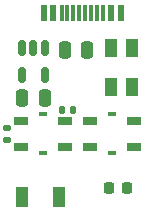
<source format=gbr>
%TF.GenerationSoftware,KiCad,Pcbnew,7.0.9*%
%TF.CreationDate,2024-03-18T09:44:21-07:00*%
%TF.ProjectId,ESP32S3_Board,45535033-3253-4335-9f42-6f6172642e6b,rev?*%
%TF.SameCoordinates,Original*%
%TF.FileFunction,Paste,Top*%
%TF.FilePolarity,Positive*%
%FSLAX46Y46*%
G04 Gerber Fmt 4.6, Leading zero omitted, Abs format (unit mm)*
G04 Created by KiCad (PCBNEW 7.0.9) date 2024-03-18 09:44:21*
%MOMM*%
%LPD*%
G01*
G04 APERTURE LIST*
G04 Aperture macros list*
%AMRoundRect*
0 Rectangle with rounded corners*
0 $1 Rounding radius*
0 $2 $3 $4 $5 $6 $7 $8 $9 X,Y pos of 4 corners*
0 Add a 4 corners polygon primitive as box body*
4,1,4,$2,$3,$4,$5,$6,$7,$8,$9,$2,$3,0*
0 Add four circle primitives for the rounded corners*
1,1,$1+$1,$2,$3*
1,1,$1+$1,$4,$5*
1,1,$1+$1,$6,$7*
1,1,$1+$1,$8,$9*
0 Add four rect primitives between the rounded corners*
20,1,$1+$1,$2,$3,$4,$5,0*
20,1,$1+$1,$4,$5,$6,$7,0*
20,1,$1+$1,$6,$7,$8,$9,0*
20,1,$1+$1,$8,$9,$2,$3,0*%
G04 Aperture macros list end*
%ADD10R,0.600000X1.450000*%
%ADD11R,0.300000X1.450000*%
%ADD12RoundRect,0.225000X0.225000X0.250000X-0.225000X0.250000X-0.225000X-0.250000X0.225000X-0.250000X0*%
%ADD13RoundRect,0.250000X-0.250000X-0.475000X0.250000X-0.475000X0.250000X0.475000X-0.250000X0.475000X0*%
%ADD14RoundRect,0.250000X0.250000X0.475000X-0.250000X0.475000X-0.250000X-0.475000X0.250000X-0.475000X0*%
%ADD15R,1.250000X0.700000*%
%ADD16R,0.700000X0.350000*%
%ADD17R,1.000000X1.750000*%
%ADD18RoundRect,0.140000X-0.140000X-0.170000X0.140000X-0.170000X0.140000X0.170000X-0.140000X0.170000X0*%
%ADD19RoundRect,0.150000X-0.150000X0.512500X-0.150000X-0.512500X0.150000X-0.512500X0.150000X0.512500X0*%
%ADD20RoundRect,0.135000X0.185000X-0.135000X0.185000X0.135000X-0.185000X0.135000X-0.185000X-0.135000X0*%
%ADD21R,1.000000X1.550000*%
G04 APERTURE END LIST*
D10*
%TO.C,J1*%
X149300000Y-83293000D03*
X148500000Y-83293000D03*
D11*
X147300000Y-83293000D03*
X146300000Y-83293000D03*
X145800000Y-83293000D03*
X144800000Y-83293000D03*
D10*
X143600000Y-83293000D03*
X142800000Y-83293000D03*
X142800000Y-83293000D03*
X143600000Y-83293000D03*
D11*
X144300000Y-83293000D03*
X145300000Y-83293000D03*
X146800000Y-83293000D03*
X147800000Y-83293000D03*
D10*
X148500000Y-83293000D03*
X149300000Y-83293000D03*
%TD*%
D12*
%TO.C,C7*%
X149873000Y-98044000D03*
X148323000Y-98044000D03*
%TD*%
D13*
%TO.C,C13*%
X144592000Y-86360000D03*
X146492000Y-86360000D03*
%TD*%
D14*
%TO.C,C12*%
X142870000Y-90424000D03*
X140970000Y-90424000D03*
%TD*%
D15*
%TO.C,SW2*%
X146710000Y-92372000D03*
X150470000Y-92372000D03*
X146710000Y-94572000D03*
X150470000Y-94572000D03*
D16*
X148590000Y-95102000D03*
X148590000Y-91842000D03*
%TD*%
D17*
%TO.C,AE1*%
X140914000Y-98806000D03*
X144074000Y-98806000D03*
%TD*%
D18*
%TO.C,C11*%
X144300000Y-91440000D03*
X145260000Y-91440000D03*
%TD*%
D15*
%TO.C,SW1*%
X144628000Y-94572000D03*
X140868000Y-94572000D03*
X144628000Y-92372000D03*
X140868000Y-92372000D03*
D16*
X142748000Y-91842000D03*
X142748000Y-95102000D03*
%TD*%
D19*
%TO.C,U2*%
X142870000Y-86238500D03*
X141920000Y-86238500D03*
X140970000Y-86238500D03*
X140970000Y-88513500D03*
X142870000Y-88513500D03*
%TD*%
D20*
%TO.C,R2*%
X139700000Y-93982000D03*
X139700000Y-92962000D03*
%TD*%
D21*
%TO.C,LED1*%
X150242000Y-86244000D03*
X148462000Y-86244000D03*
X148462000Y-89524000D03*
X150242000Y-89524000D03*
%TD*%
M02*

</source>
